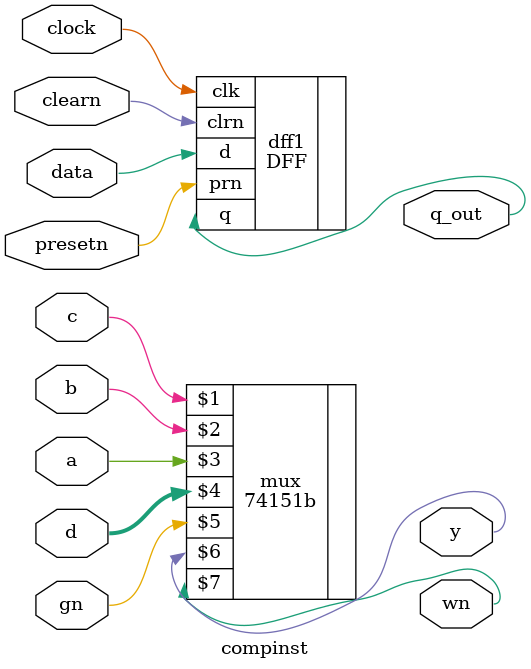
<source format=v>

module compinst (data, clock, clearn, presetn, a, b,                 
		 c, gn, d, q_out, y, wn,);


    input   data, clock, clearn, presetn, a, b, c, gn; 
    input   [7:0] d;
    output  q_out, y, wn;

    DFF dff1 (.d (data), .q (q_out), .clk (clock), .clrn (clearn), .prn (presetn));

    \74151b mux (c, b, a, d, gn, y, wn);

endmodule


</source>
